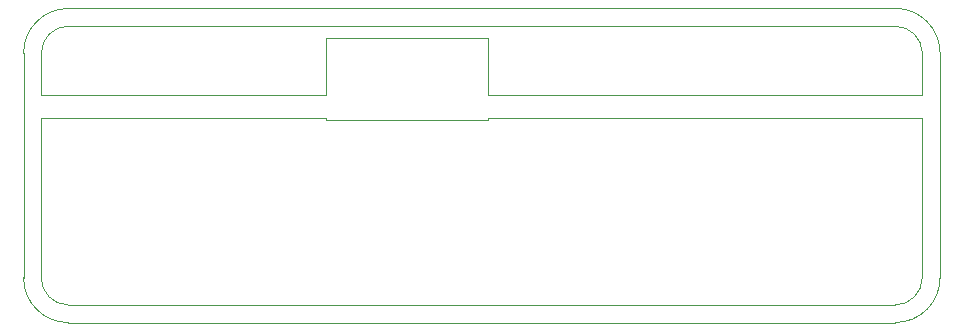
<source format=gbr>
G04 #@! TF.GenerationSoftware,KiCad,Pcbnew,(5.1.0)-1*
G04 #@! TF.CreationDate,2019-08-13T16:47:38+01:00*
G04 #@! TF.ProjectId,fp_baseline,66705f62-6173-4656-9c69-6e652e6b6963,rev?*
G04 #@! TF.SameCoordinates,Original*
G04 #@! TF.FileFunction,Other,User*
%FSLAX46Y46*%
G04 Gerber Fmt 4.6, Leading zero omitted, Abs format (unit mm)*
G04 Created by KiCad (PCBNEW (5.1.0)-1) date 2019-08-13 16:47:38*
%MOMM*%
%LPD*%
G04 APERTURE LIST*
%ADD10C,0.120000*%
%ADD11C,0.100000*%
G04 APERTURE END LIST*
D10*
X112700000Y-94000000D02*
X136795000Y-94000000D01*
X112700000Y-96000000D02*
X136800000Y-95990000D01*
X136800000Y-96140000D02*
X136800000Y-95990000D01*
X150500000Y-95990000D02*
X150500000Y-96140000D01*
X114997994Y-111799986D02*
X185000000Y-111800000D01*
X112700000Y-90490000D02*
X112700000Y-94000000D01*
X185010000Y-88200000D02*
X114990000Y-88200000D01*
X187300000Y-94000000D02*
X187300000Y-90490000D01*
X187290000Y-109510000D02*
X187300000Y-96000000D01*
X112700000Y-96000000D02*
X112700000Y-109510000D01*
X150500000Y-94000000D02*
X187300000Y-94000000D01*
X150500000Y-95990000D02*
X187300000Y-96000000D01*
X114997994Y-111799986D02*
G75*
G02X112700000Y-109510000I-7994J2289986D01*
G01*
X187290000Y-109510000D02*
G75*
G02X185000000Y-111800000I-2290000J0D01*
G01*
X185010000Y-88200000D02*
G75*
G02X187300000Y-90490000I0J-2290000D01*
G01*
X112700000Y-90490000D02*
G75*
G02X114990000Y-88200000I2290000J0D01*
G01*
D11*
X188800000Y-109500000D02*
X188800000Y-90480000D01*
X114990000Y-113290000D02*
X185010000Y-113290000D01*
X114990000Y-86700000D02*
X185010000Y-86690000D01*
X188800000Y-109500000D02*
G75*
G02X185010000Y-113290000I-3790000J0D01*
G01*
X114990000Y-113290000D02*
G75*
G02X111200000Y-109500000I0J3790000D01*
G01*
X185010000Y-86690000D02*
G75*
G02X188800000Y-90480000I0J-3790000D01*
G01*
X111200000Y-90490000D02*
G75*
G02X114990000Y-86700000I3790000J0D01*
G01*
X111200000Y-90490000D02*
X111200000Y-109500000D01*
D10*
X136795000Y-94000000D02*
X136800000Y-89240000D01*
X150500000Y-96140000D02*
X136800000Y-96140000D01*
X150500000Y-89240000D02*
X150500000Y-94000000D01*
X136800000Y-89240000D02*
X150500000Y-89240000D01*
M02*

</source>
